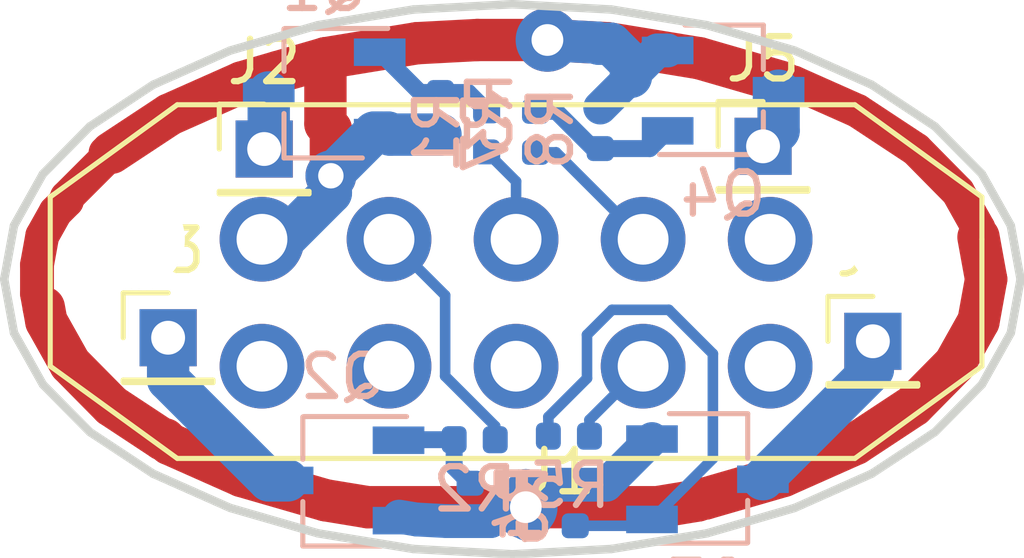
<source format=kicad_pcb>
(kicad_pcb (version 20171130) (host pcbnew 5.1.7-a382d34a88~90~ubuntu20.04.1)

  (general
    (thickness 1.6)
    (drawings 32)
    (tracks 122)
    (zones 0)
    (modules 17)
    (nets 19)
  )

  (page A4)
  (layers
    (0 F.Cu signal)
    (31 B.Cu signal)
    (32 B.Adhes user hide)
    (33 F.Adhes user hide)
    (34 B.Paste user hide)
    (35 F.Paste user hide)
    (36 B.SilkS user hide)
    (37 F.SilkS user hide)
    (38 B.Mask user hide)
    (39 F.Mask user hide)
    (40 Dwgs.User user hide)
    (41 Cmts.User user hide)
    (42 Eco1.User user hide)
    (43 Eco2.User user hide)
    (44 Edge.Cuts user)
    (45 Margin user hide)
    (46 B.CrtYd user hide)
    (47 F.CrtYd user hide)
    (48 B.Fab user hide)
    (49 F.Fab user hide)
  )

  (setup
    (last_trace_width 0.25)
    (user_trace_width 0.4)
    (user_trace_width 0.8)
    (user_trace_width 1)
    (user_trace_width 2)
    (trace_clearance 0.2)
    (zone_clearance 0.508)
    (zone_45_only no)
    (trace_min 0.2)
    (via_size 0.8)
    (via_drill 0.4)
    (via_min_size 0.4)
    (via_min_drill 0.3)
    (user_via 1 0.5)
    (user_via 1.2 0.6)
    (user_via 1.5 0.75)
    (uvia_size 0.3)
    (uvia_drill 0.1)
    (uvias_allowed no)
    (uvia_min_size 0.2)
    (uvia_min_drill 0.1)
    (edge_width 0.05)
    (segment_width 0.2)
    (pcb_text_width 0.3)
    (pcb_text_size 1.5 1.5)
    (mod_edge_width 0.12)
    (mod_text_size 1 1)
    (mod_text_width 0.15)
    (pad_size 1.524 1.524)
    (pad_drill 0.762)
    (pad_to_mask_clearance 0.05)
    (aux_axis_origin 0 0)
    (visible_elements FFFFFF7F)
    (pcbplotparams
      (layerselection 0x010fc_ffffffff)
      (usegerberextensions false)
      (usegerberattributes true)
      (usegerberadvancedattributes true)
      (creategerberjobfile true)
      (excludeedgelayer true)
      (linewidth 0.100000)
      (plotframeref false)
      (viasonmask false)
      (mode 1)
      (useauxorigin false)
      (hpglpennumber 1)
      (hpglpenspeed 20)
      (hpglpendiameter 15.000000)
      (psnegative false)
      (psa4output false)
      (plotreference true)
      (plotvalue true)
      (plotinvisibletext false)
      (padsonsilk false)
      (subtractmaskfromsilk false)
      (outputformat 1)
      (mirror false)
      (drillshape 1)
      (scaleselection 1)
      (outputdirectory ""))
  )

  (net 0 "")
  (net 1 GND)
  (net 2 "Net-(Q1-Pad1)")
  (net 3 "Net-(Q2-Pad1)")
  (net 4 "Net-(Q3-Pad1)")
  (net 5 "Net-(Q4-Pad1)")
  (net 6 /SDA)
  (net 7 /SCL)
  (net 8 +3V3)
  (net 9 "Net-(J1-Pad8)")
  (net 10 "Net-(J1-Pad7)")
  (net 11 "Net-(J1-Pad5)")
  (net 12 /+12V)
  (net 13 "Net-(J2-Pad1)")
  (net 14 "Net-(J3-Pad1)")
  (net 15 "Net-(J4-Pad1)")
  (net 16 "Net-(J5-Pad1)")
  (net 17 "Net-(J1-Pad2)")
  (net 18 "Net-(J1-Pad3)")

  (net_class Default "This is the default net class."
    (clearance 0.2)
    (trace_width 0.25)
    (via_dia 0.8)
    (via_drill 0.4)
    (uvia_dia 0.3)
    (uvia_drill 0.1)
    (add_net +3V3)
    (add_net /+12V)
    (add_net /SCL)
    (add_net /SDA)
    (add_net GND)
    (add_net "Net-(J1-Pad2)")
    (add_net "Net-(J1-Pad3)")
    (add_net "Net-(J1-Pad5)")
    (add_net "Net-(J1-Pad7)")
    (add_net "Net-(J1-Pad8)")
    (add_net "Net-(J2-Pad1)")
    (add_net "Net-(J3-Pad1)")
    (add_net "Net-(J4-Pad1)")
    (add_net "Net-(J5-Pad1)")
    (add_net "Net-(Q1-Pad1)")
    (add_net "Net-(Q2-Pad1)")
    (add_net "Net-(Q3-Pad1)")
    (add_net "Net-(Q4-Pad1)")
  )

  (module Connector_PinHeader_2.00mm:PinHeader_1x01_P2.00mm_Vertical (layer F.Cu) (tedit 59FED667) (tstamp 60675D6A)
    (at 157.05328 87.87384)
    (descr "Through hole straight pin header, 1x01, 2.00mm pitch, single row")
    (tags "Through hole pin header THT 1x01 2.00mm single row")
    (path /60678DD4)
    (fp_text reference J5 (at 0 -2.06) (layer F.SilkS)
      (effects (font (size 1 1) (thickness 0.15)))
    )
    (fp_text value Conn_01x01 (at 0 2.06) (layer F.Fab)
      (effects (font (size 1 1) (thickness 0.15)))
    )
    (fp_line (start 1.5 -1.5) (end -1.5 -1.5) (layer F.CrtYd) (width 0.05))
    (fp_line (start 1.5 1.5) (end 1.5 -1.5) (layer F.CrtYd) (width 0.05))
    (fp_line (start -1.5 1.5) (end 1.5 1.5) (layer F.CrtYd) (width 0.05))
    (fp_line (start -1.5 -1.5) (end -1.5 1.5) (layer F.CrtYd) (width 0.05))
    (fp_line (start -1.06 -1.06) (end 0 -1.06) (layer F.SilkS) (width 0.12))
    (fp_line (start -1.06 0) (end -1.06 -1.06) (layer F.SilkS) (width 0.12))
    (fp_line (start -1.06 1) (end 1.06 1) (layer F.SilkS) (width 0.12))
    (fp_line (start 1.06 1) (end 1.06 1.06) (layer F.SilkS) (width 0.12))
    (fp_line (start -1.06 1) (end -1.06 1.06) (layer F.SilkS) (width 0.12))
    (fp_line (start -1.06 1.06) (end 1.06 1.06) (layer F.SilkS) (width 0.12))
    (fp_line (start -1 -0.5) (end -0.5 -1) (layer F.Fab) (width 0.1))
    (fp_line (start -1 1) (end -1 -0.5) (layer F.Fab) (width 0.1))
    (fp_line (start 1 1) (end -1 1) (layer F.Fab) (width 0.1))
    (fp_line (start 1 -1) (end 1 1) (layer F.Fab) (width 0.1))
    (fp_line (start -0.5 -1) (end 1 -1) (layer F.Fab) (width 0.1))
    (fp_text user %R (at 0 0 90) (layer F.Fab)
      (effects (font (size 1 1) (thickness 0.15)))
    )
    (pad 1 thru_hole rect (at 0 0) (size 1.35 1.35) (drill 0.8) (layers *.Cu *.Mask)
      (net 16 "Net-(J5-Pad1)"))
    (model ${KISYS3DMOD}/Connector_PinHeader_2.00mm.3dshapes/PinHeader_1x01_P2.00mm_Vertical.wrl
      (at (xyz 0 0 0))
      (scale (xyz 1 1 1))
      (rotate (xyz 0 0 0))
    )
  )

  (module Connector_PinHeader_2.00mm:PinHeader_1x01_P2.00mm_Vertical (layer F.Cu) (tedit 59FED667) (tstamp 60675D55)
    (at 159.64662 92.4814)
    (descr "Through hole straight pin header, 1x01, 2.00mm pitch, single row")
    (tags "Through hole pin header THT 1x01 2.00mm single row")
    (path /60677ECD)
    (fp_text reference J4 (at 0 -2.06) (layer F.SilkS)
      (effects (font (size 1 1) (thickness 0.15)))
    )
    (fp_text value Conn_01x01 (at 0 2.06) (layer F.Fab)
      (effects (font (size 1 1) (thickness 0.15)))
    )
    (fp_line (start 1.5 -1.5) (end -1.5 -1.5) (layer F.CrtYd) (width 0.05))
    (fp_line (start 1.5 1.5) (end 1.5 -1.5) (layer F.CrtYd) (width 0.05))
    (fp_line (start -1.5 1.5) (end 1.5 1.5) (layer F.CrtYd) (width 0.05))
    (fp_line (start -1.5 -1.5) (end -1.5 1.5) (layer F.CrtYd) (width 0.05))
    (fp_line (start -1.06 -1.06) (end 0 -1.06) (layer F.SilkS) (width 0.12))
    (fp_line (start -1.06 0) (end -1.06 -1.06) (layer F.SilkS) (width 0.12))
    (fp_line (start -1.06 1) (end 1.06 1) (layer F.SilkS) (width 0.12))
    (fp_line (start 1.06 1) (end 1.06 1.06) (layer F.SilkS) (width 0.12))
    (fp_line (start -1.06 1) (end -1.06 1.06) (layer F.SilkS) (width 0.12))
    (fp_line (start -1.06 1.06) (end 1.06 1.06) (layer F.SilkS) (width 0.12))
    (fp_line (start -1 -0.5) (end -0.5 -1) (layer F.Fab) (width 0.1))
    (fp_line (start -1 1) (end -1 -0.5) (layer F.Fab) (width 0.1))
    (fp_line (start 1 1) (end -1 1) (layer F.Fab) (width 0.1))
    (fp_line (start 1 -1) (end 1 1) (layer F.Fab) (width 0.1))
    (fp_line (start -0.5 -1) (end 1 -1) (layer F.Fab) (width 0.1))
    (fp_text user %R (at 0 0 90) (layer F.Fab)
      (effects (font (size 1 1) (thickness 0.15)))
    )
    (pad 1 thru_hole rect (at 0 0) (size 1.35 1.35) (drill 0.8) (layers *.Cu *.Mask)
      (net 15 "Net-(J4-Pad1)"))
    (model ${KISYS3DMOD}/Connector_PinHeader_2.00mm.3dshapes/PinHeader_1x01_P2.00mm_Vertical.wrl
      (at (xyz 0 0 0))
      (scale (xyz 1 1 1))
      (rotate (xyz 0 0 0))
    )
  )

  (module Connector_PinHeader_2.00mm:PinHeader_1x01_P2.00mm_Vertical (layer F.Cu) (tedit 59FED667) (tstamp 60675D40)
    (at 143.00454 92.39758)
    (descr "Through hole straight pin header, 1x01, 2.00mm pitch, single row")
    (tags "Through hole pin header THT 1x01 2.00mm single row")
    (path /606791C9)
    (fp_text reference J3 (at 0 -2.06) (layer F.SilkS)
      (effects (font (size 1 1) (thickness 0.15)))
    )
    (fp_text value Conn_01x01 (at 0 2.06) (layer F.Fab)
      (effects (font (size 1 1) (thickness 0.15)))
    )
    (fp_line (start 1.5 -1.5) (end -1.5 -1.5) (layer F.CrtYd) (width 0.05))
    (fp_line (start 1.5 1.5) (end 1.5 -1.5) (layer F.CrtYd) (width 0.05))
    (fp_line (start -1.5 1.5) (end 1.5 1.5) (layer F.CrtYd) (width 0.05))
    (fp_line (start -1.5 -1.5) (end -1.5 1.5) (layer F.CrtYd) (width 0.05))
    (fp_line (start -1.06 -1.06) (end 0 -1.06) (layer F.SilkS) (width 0.12))
    (fp_line (start -1.06 0) (end -1.06 -1.06) (layer F.SilkS) (width 0.12))
    (fp_line (start -1.06 1) (end 1.06 1) (layer F.SilkS) (width 0.12))
    (fp_line (start 1.06 1) (end 1.06 1.06) (layer F.SilkS) (width 0.12))
    (fp_line (start -1.06 1) (end -1.06 1.06) (layer F.SilkS) (width 0.12))
    (fp_line (start -1.06 1.06) (end 1.06 1.06) (layer F.SilkS) (width 0.12))
    (fp_line (start -1 -0.5) (end -0.5 -1) (layer F.Fab) (width 0.1))
    (fp_line (start -1 1) (end -1 -0.5) (layer F.Fab) (width 0.1))
    (fp_line (start 1 1) (end -1 1) (layer F.Fab) (width 0.1))
    (fp_line (start 1 -1) (end 1 1) (layer F.Fab) (width 0.1))
    (fp_line (start -0.5 -1) (end 1 -1) (layer F.Fab) (width 0.1))
    (fp_text user %R (at 0 0 90) (layer F.Fab)
      (effects (font (size 1 1) (thickness 0.15)))
    )
    (pad 1 thru_hole rect (at 0 0) (size 1.35 1.35) (drill 0.8) (layers *.Cu *.Mask)
      (net 14 "Net-(J3-Pad1)"))
    (model ${KISYS3DMOD}/Connector_PinHeader_2.00mm.3dshapes/PinHeader_1x01_P2.00mm_Vertical.wrl
      (at (xyz 0 0 0))
      (scale (xyz 1 1 1))
      (rotate (xyz 0 0 0))
    )
  )

  (module Connector_PinHeader_2.00mm:PinHeader_1x01_P2.00mm_Vertical (layer F.Cu) (tedit 59FED667) (tstamp 60675D2B)
    (at 145.27276 87.93734)
    (descr "Through hole straight pin header, 1x01, 2.00mm pitch, single row")
    (tags "Through hole pin header THT 1x01 2.00mm single row")
    (path /6067975F)
    (fp_text reference J2 (at 0 -2.06) (layer F.SilkS)
      (effects (font (size 1 1) (thickness 0.15)))
    )
    (fp_text value Conn_01x01 (at 0 2.06) (layer F.Fab)
      (effects (font (size 1 1) (thickness 0.15)))
    )
    (fp_line (start 1.5 -1.5) (end -1.5 -1.5) (layer F.CrtYd) (width 0.05))
    (fp_line (start 1.5 1.5) (end 1.5 -1.5) (layer F.CrtYd) (width 0.05))
    (fp_line (start -1.5 1.5) (end 1.5 1.5) (layer F.CrtYd) (width 0.05))
    (fp_line (start -1.5 -1.5) (end -1.5 1.5) (layer F.CrtYd) (width 0.05))
    (fp_line (start -1.06 -1.06) (end 0 -1.06) (layer F.SilkS) (width 0.12))
    (fp_line (start -1.06 0) (end -1.06 -1.06) (layer F.SilkS) (width 0.12))
    (fp_line (start -1.06 1) (end 1.06 1) (layer F.SilkS) (width 0.12))
    (fp_line (start 1.06 1) (end 1.06 1.06) (layer F.SilkS) (width 0.12))
    (fp_line (start -1.06 1) (end -1.06 1.06) (layer F.SilkS) (width 0.12))
    (fp_line (start -1.06 1.06) (end 1.06 1.06) (layer F.SilkS) (width 0.12))
    (fp_line (start -1 -0.5) (end -0.5 -1) (layer F.Fab) (width 0.1))
    (fp_line (start -1 1) (end -1 -0.5) (layer F.Fab) (width 0.1))
    (fp_line (start 1 1) (end -1 1) (layer F.Fab) (width 0.1))
    (fp_line (start 1 -1) (end 1 1) (layer F.Fab) (width 0.1))
    (fp_line (start -0.5 -1) (end 1 -1) (layer F.Fab) (width 0.1))
    (fp_text user %R (at 0 0 90) (layer F.Fab)
      (effects (font (size 1 1) (thickness 0.15)))
    )
    (pad 1 thru_hole rect (at 0 0) (size 1.35 1.35) (drill 0.8) (layers *.Cu *.Mask)
      (net 13 "Net-(J2-Pad1)"))
    (model ${KISYS3DMOD}/Connector_PinHeader_2.00mm.3dshapes/PinHeader_1x01_P2.00mm_Vertical.wrl
      (at (xyz 0 0 0))
      (scale (xyz 1 1 1))
      (rotate (xyz 0 0 0))
    )
  )

  (module "Molex_Micro-Fit BMI Header:447691001" (layer F.Cu) (tedit 6123B6C1) (tstamp 6123F8BD)
    (at 152.22092 95.07068)
    (path /60669BB9)
    (fp_text reference J1 (at 0 0.5) (layer F.SilkS)
      (effects (font (size 1 1) (thickness 0.15)))
    )
    (fp_text value Conn_02x05_Counter_Clockwise (at 0 -0.5) (layer F.Fab)
      (effects (font (size 1 1) (thickness 0.15)))
    )
    (fp_line (start 10 -5) (end 10 -6) (layer F.SilkS) (width 0.12))
    (fp_line (start 10 -5) (end 10 -2) (layer F.SilkS) (width 0.12))
    (fp_line (start -9 -8.18) (end 7 -8.18) (layer F.SilkS) (width 0.12))
    (fp_line (start 7 -8.18) (end 10 -6) (layer F.SilkS) (width 0.12))
    (fp_line (start -12 -6) (end -12 -2) (layer F.SilkS) (width 0.12))
    (fp_line (start -12 -6) (end -9 -8.18) (layer F.SilkS) (width 0.12))
    (fp_line (start 7 0.18) (end -9 0.18) (layer F.SilkS) (width 0.12))
    (fp_line (start 10 -2) (end 7 0.18) (layer F.SilkS) (width 0.12))
    (fp_line (start -9 0.18) (end -12 -2) (layer F.SilkS) (width 0.12))
    (pad "" np_thru_hole circle (at -10 -5) (size 2.36 2.36) (drill 2.36) (layers *.Cu *.Mask))
    (pad "" np_thru_hole circle (at 8 -5) (size 2.36 2.36) (drill 2.36) (layers *.Cu *.Mask))
    (pad 1 thru_hole circle (at -7 -5) (size 2 2) (drill 1.2) (layers *.Cu *.Mask)
      (net 1 GND))
    (pad 3 thru_hole circle (at -4 -5) (size 2 2) (drill 1.2) (layers *.Cu *.Mask)
      (net 18 "Net-(J1-Pad3)"))
    (pad 5 thru_hole circle (at -1 -5) (size 2 2) (drill 1.2) (layers *.Cu *.Mask)
      (net 11 "Net-(J1-Pad5)"))
    (pad 7 thru_hole circle (at 2 -5) (size 2 2) (drill 1.2) (layers *.Cu *.Mask)
      (net 10 "Net-(J1-Pad7)"))
    (pad 9 thru_hole circle (at 5 -5) (size 2 2) (drill 1.2) (layers *.Cu *.Mask)
      (net 8 +3V3))
    (pad 2 thru_hole circle (at -7 -2) (size 2 2) (drill 1.2) (layers *.Cu *.Mask)
      (net 17 "Net-(J1-Pad2)"))
    (pad 4 thru_hole circle (at -4 -2) (size 2 2) (drill 1.2) (layers *.Cu *.Mask)
      (net 6 /SDA))
    (pad 6 thru_hole circle (at -1 -2) (size 2 2) (drill 1.2) (layers *.Cu *.Mask)
      (net 7 /SCL))
    (pad 8 thru_hole circle (at 2 -2) (size 2 2) (drill 1.2) (layers *.Cu *.Mask)
      (net 9 "Net-(J1-Pad8)"))
    (pad 10 thru_hole circle (at 5 -2) (size 2 2) (drill 1.2) (layers *.Cu *.Mask)
      (net 12 /+12V))
  )

  (module Resistor_SMD:R_0402_1005Metric (layer B.Cu) (tedit 5B301BBD) (tstamp 5FADF5E0)
    (at 150.52548 87.52092 270)
    (descr "Resistor SMD 0402 (1005 Metric), square (rectangular) end terminal, IPC_7351 nominal, (Body size source: http://www.tortai-tech.com/upload/download/2011102023233369053.pdf), generated with kicad-footprint-generator")
    (tags resistor)
    (path /5FB030E1)
    (attr smd)
    (fp_text reference R1 (at 0 1.17 270) (layer B.SilkS)
      (effects (font (size 1 1) (thickness 0.15)) (justify mirror))
    )
    (fp_text value 1k (at 0 -1.17 270) (layer B.Fab)
      (effects (font (size 1 1) (thickness 0.15)) (justify mirror))
    )
    (fp_text user %R (at 0 0 270) (layer B.Fab)
      (effects (font (size 0.25 0.25) (thickness 0.04)) (justify mirror))
    )
    (fp_line (start -0.5 -0.25) (end -0.5 0.25) (layer B.Fab) (width 0.1))
    (fp_line (start -0.5 0.25) (end 0.5 0.25) (layer B.Fab) (width 0.1))
    (fp_line (start 0.5 0.25) (end 0.5 -0.25) (layer B.Fab) (width 0.1))
    (fp_line (start 0.5 -0.25) (end -0.5 -0.25) (layer B.Fab) (width 0.1))
    (fp_line (start -0.93 -0.47) (end -0.93 0.47) (layer B.CrtYd) (width 0.05))
    (fp_line (start -0.93 0.47) (end 0.93 0.47) (layer B.CrtYd) (width 0.05))
    (fp_line (start 0.93 0.47) (end 0.93 -0.47) (layer B.CrtYd) (width 0.05))
    (fp_line (start 0.93 -0.47) (end -0.93 -0.47) (layer B.CrtYd) (width 0.05))
    (pad 1 smd roundrect (at -0.485 0 270) (size 0.59 0.64) (layers B.Cu B.Paste B.Mask) (roundrect_rratio 0.25)
      (net 2 "Net-(Q1-Pad1)"))
    (pad 2 smd roundrect (at 0.485 0 270) (size 0.59 0.64) (layers B.Cu B.Paste B.Mask) (roundrect_rratio 0.25)
      (net 11 "Net-(J1-Pad5)"))
    (model ${KISYS3DMOD}/Resistor_SMD.3dshapes/R_0402_1005Metric.wrl
      (at (xyz 0 0 0))
      (scale (xyz 1 1 1))
      (rotate (xyz 0 0 0))
    )
  )

  (module Resistor_SMD:R_0402_1005Metric (layer B.Cu) (tedit 5B301BBD) (tstamp 5FADF61C)
    (at 152.46844 94.72422)
    (descr "Resistor SMD 0402 (1005 Metric), square (rectangular) end terminal, IPC_7351 nominal, (Body size source: http://www.tortai-tech.com/upload/download/2011102023233369053.pdf), generated with kicad-footprint-generator")
    (tags resistor)
    (path /5FAE0608)
    (attr smd)
    (fp_text reference R5 (at 0 1.17) (layer B.SilkS)
      (effects (font (size 1 1) (thickness 0.15)) (justify mirror))
    )
    (fp_text value 1k (at 0 -1.17) (layer B.Fab)
      (effects (font (size 1 1) (thickness 0.15)) (justify mirror))
    )
    (fp_line (start 0.93 -0.47) (end -0.93 -0.47) (layer B.CrtYd) (width 0.05))
    (fp_line (start 0.93 0.47) (end 0.93 -0.47) (layer B.CrtYd) (width 0.05))
    (fp_line (start -0.93 0.47) (end 0.93 0.47) (layer B.CrtYd) (width 0.05))
    (fp_line (start -0.93 -0.47) (end -0.93 0.47) (layer B.CrtYd) (width 0.05))
    (fp_line (start 0.5 -0.25) (end -0.5 -0.25) (layer B.Fab) (width 0.1))
    (fp_line (start 0.5 0.25) (end 0.5 -0.25) (layer B.Fab) (width 0.1))
    (fp_line (start -0.5 0.25) (end 0.5 0.25) (layer B.Fab) (width 0.1))
    (fp_line (start -0.5 -0.25) (end -0.5 0.25) (layer B.Fab) (width 0.1))
    (fp_text user %R (at 0 0) (layer B.Fab)
      (effects (font (size 0.25 0.25) (thickness 0.04)) (justify mirror))
    )
    (pad 2 smd roundrect (at 0.485 0) (size 0.59 0.64) (layers B.Cu B.Paste B.Mask) (roundrect_rratio 0.25)
      (net 9 "Net-(J1-Pad8)"))
    (pad 1 smd roundrect (at -0.485 0) (size 0.59 0.64) (layers B.Cu B.Paste B.Mask) (roundrect_rratio 0.25)
      (net 4 "Net-(Q3-Pad1)"))
    (model ${KISYS3DMOD}/Resistor_SMD.3dshapes/R_0402_1005Metric.wrl
      (at (xyz 0 0 0))
      (scale (xyz 1 1 1))
      (rotate (xyz 0 0 0))
    )
  )

  (module Resistor_SMD:R_0402_1005Metric (layer B.Cu) (tedit 5B301BBD) (tstamp 5FADF5FE)
    (at 149.43582 87.08658 90)
    (descr "Resistor SMD 0402 (1005 Metric), square (rectangular) end terminal, IPC_7351 nominal, (Body size source: http://www.tortai-tech.com/upload/download/2011102023233369053.pdf), generated with kicad-footprint-generator")
    (tags resistor)
    (path /5FB030ED)
    (attr smd)
    (fp_text reference R3 (at 0 1.17 270) (layer B.SilkS)
      (effects (font (size 1 1) (thickness 0.15)) (justify mirror))
    )
    (fp_text value 10k (at 0 -1.17 270) (layer B.Fab)
      (effects (font (size 1 1) (thickness 0.15)) (justify mirror))
    )
    (fp_text user %R (at 0 0 270) (layer B.Fab)
      (effects (font (size 0.25 0.25) (thickness 0.04)) (justify mirror))
    )
    (fp_line (start -0.5 -0.25) (end -0.5 0.25) (layer B.Fab) (width 0.1))
    (fp_line (start -0.5 0.25) (end 0.5 0.25) (layer B.Fab) (width 0.1))
    (fp_line (start 0.5 0.25) (end 0.5 -0.25) (layer B.Fab) (width 0.1))
    (fp_line (start 0.5 -0.25) (end -0.5 -0.25) (layer B.Fab) (width 0.1))
    (fp_line (start -0.93 -0.47) (end -0.93 0.47) (layer B.CrtYd) (width 0.05))
    (fp_line (start -0.93 0.47) (end 0.93 0.47) (layer B.CrtYd) (width 0.05))
    (fp_line (start 0.93 0.47) (end 0.93 -0.47) (layer B.CrtYd) (width 0.05))
    (fp_line (start 0.93 -0.47) (end -0.93 -0.47) (layer B.CrtYd) (width 0.05))
    (pad 1 smd roundrect (at -0.485 0 90) (size 0.59 0.64) (layers B.Cu B.Paste B.Mask) (roundrect_rratio 0.25)
      (net 1 GND))
    (pad 2 smd roundrect (at 0.485 0 90) (size 0.59 0.64) (layers B.Cu B.Paste B.Mask) (roundrect_rratio 0.25)
      (net 2 "Net-(Q1-Pad1)"))
    (model ${KISYS3DMOD}/Resistor_SMD.3dshapes/R_0402_1005Metric.wrl
      (at (xyz 0 0 0))
      (scale (xyz 1 1 1))
      (rotate (xyz 0 0 0))
    )
  )

  (module Package_TO_SOT_SMD:TSOT-23 (layer B.Cu) (tedit 5A02FF57) (tstamp 5FADF592)
    (at 146.69072 86.5988 180)
    (descr "3-pin TSOT23 package, http://www.analog.com.tw/pdf/All_In_One.pdf")
    (tags TSOT-23)
    (path /5FB030E7)
    (attr smd)
    (fp_text reference Q1 (at 0 2.45) (layer B.SilkS)
      (effects (font (size 1 1) (thickness 0.15)) (justify mirror))
    )
    (fp_text value Q_NMOS_GSD (at 0 -2.5) (layer B.Fab)
      (effects (font (size 1 1) (thickness 0.15)) (justify mirror))
    )
    (fp_text user %R (at 0 0 270) (layer B.Fab)
      (effects (font (size 0.5 0.5) (thickness 0.075)) (justify mirror))
    )
    (fp_line (start 0.95 -0.5) (end 0.95 -1.55) (layer B.SilkS) (width 0.12))
    (fp_line (start 0.95 -1.55) (end -0.9 -1.55) (layer B.SilkS) (width 0.12))
    (fp_line (start 0.95 1.5) (end 0.95 0.5) (layer B.SilkS) (width 0.12))
    (fp_line (start 0.93 1.51) (end -1.5 1.51) (layer B.SilkS) (width 0.12))
    (fp_line (start -0.88 1) (end -0.43 1.45) (layer B.Fab) (width 0.1))
    (fp_line (start 0.88 1.45) (end -0.43 1.45) (layer B.Fab) (width 0.1))
    (fp_line (start -0.88 1) (end -0.88 -1.45) (layer B.Fab) (width 0.1))
    (fp_line (start 0.88 -1.45) (end -0.88 -1.45) (layer B.Fab) (width 0.1))
    (fp_line (start 0.88 1.45) (end 0.88 -1.45) (layer B.Fab) (width 0.1))
    (fp_line (start -2.17 1.7) (end 2.17 1.7) (layer B.CrtYd) (width 0.05))
    (fp_line (start -2.17 1.7) (end -2.17 -1.7) (layer B.CrtYd) (width 0.05))
    (fp_line (start 2.17 -1.7) (end 2.17 1.7) (layer B.CrtYd) (width 0.05))
    (fp_line (start 2.17 -1.7) (end -2.17 -1.7) (layer B.CrtYd) (width 0.05))
    (pad 1 smd rect (at -1.31 0.95 180) (size 1.22 0.65) (layers B.Cu B.Paste B.Mask)
      (net 2 "Net-(Q1-Pad1)"))
    (pad 2 smd rect (at -1.31 -0.95 180) (size 1.22 0.65) (layers B.Cu B.Paste B.Mask)
      (net 1 GND))
    (pad 3 smd rect (at 1.31 0 180) (size 1.22 0.65) (layers B.Cu B.Paste B.Mask)
      (net 13 "Net-(J2-Pad1)"))
    (model ${KISYS3DMOD}/Package_TO_SOT_SMD.3dshapes/TSOT-23.wrl
      (at (xyz 0 0 0))
      (scale (xyz 1 1 1))
      (rotate (xyz 0 0 0))
    )
  )

  (module Package_TO_SOT_SMD:TSOT-23 (layer B.Cu) (tedit 5A02FF57) (tstamp 5FADF5D1)
    (at 156.1103 86.55808)
    (descr "3-pin TSOT23 package, http://www.analog.com.tw/pdf/All_In_One.pdf")
    (tags TSOT-23)
    (path /5FB020B1)
    (attr smd)
    (fp_text reference Q4 (at 0 2.45) (layer B.SilkS)
      (effects (font (size 1 1) (thickness 0.15)) (justify mirror))
    )
    (fp_text value Q_NMOS_GSD (at 0 -2.5) (layer B.Fab)
      (effects (font (size 1 1) (thickness 0.15)) (justify mirror))
    )
    (fp_text user %R (at -0.3914 0.3706 -90) (layer B.Fab)
      (effects (font (size 0.5 0.5) (thickness 0.075)) (justify mirror))
    )
    (fp_line (start 0.95 -0.5) (end 0.95 -1.55) (layer B.SilkS) (width 0.12))
    (fp_line (start 0.95 -1.55) (end -0.9 -1.55) (layer B.SilkS) (width 0.12))
    (fp_line (start 0.95 1.5) (end 0.95 0.5) (layer B.SilkS) (width 0.12))
    (fp_line (start 0.93 1.51) (end -1.5 1.51) (layer B.SilkS) (width 0.12))
    (fp_line (start -0.88 1) (end -0.43 1.45) (layer B.Fab) (width 0.1))
    (fp_line (start 0.88 1.45) (end -0.43 1.45) (layer B.Fab) (width 0.1))
    (fp_line (start -0.88 1) (end -0.88 -1.45) (layer B.Fab) (width 0.1))
    (fp_line (start 0.88 -1.45) (end -0.88 -1.45) (layer B.Fab) (width 0.1))
    (fp_line (start 0.88 1.45) (end 0.88 -1.45) (layer B.Fab) (width 0.1))
    (fp_line (start -2.17 1.7) (end 2.17 1.7) (layer B.CrtYd) (width 0.05))
    (fp_line (start -2.17 1.7) (end -2.17 -1.7) (layer B.CrtYd) (width 0.05))
    (fp_line (start 2.17 -1.7) (end 2.17 1.7) (layer B.CrtYd) (width 0.05))
    (fp_line (start 2.17 -1.7) (end -2.17 -1.7) (layer B.CrtYd) (width 0.05))
    (pad 1 smd rect (at -1.31 0.95) (size 1.22 0.65) (layers B.Cu B.Paste B.Mask)
      (net 5 "Net-(Q4-Pad1)"))
    (pad 2 smd rect (at -1.31 -0.95) (size 1.22 0.65) (layers B.Cu B.Paste B.Mask)
      (net 1 GND))
    (pad 3 smd rect (at 1.31 0) (size 1.22 0.65) (layers B.Cu B.Paste B.Mask)
      (net 16 "Net-(J5-Pad1)"))
    (model ${KISYS3DMOD}/Package_TO_SOT_SMD.3dshapes/TSOT-23.wrl
      (at (xyz 0 0 0))
      (scale (xyz 1 1 1))
      (rotate (xyz 0 0 0))
    )
  )

  (module Resistor_SMD:R_0402_1005Metric (layer B.Cu) (tedit 5B301BBD) (tstamp 5FADF60D)
    (at 150.13686 96.32174 90)
    (descr "Resistor SMD 0402 (1005 Metric), square (rectangular) end terminal, IPC_7351 nominal, (Body size source: http://www.tortai-tech.com/upload/download/2011102023233369053.pdf), generated with kicad-footprint-generator")
    (tags resistor)
    (path /5FB040C9)
    (attr smd)
    (fp_text reference R4 (at 0 1.17 90) (layer B.SilkS)
      (effects (font (size 1 1) (thickness 0.15)) (justify mirror))
    )
    (fp_text value 10k (at 0 -1.17 90) (layer B.Fab)
      (effects (font (size 1 1) (thickness 0.15)) (justify mirror))
    )
    (fp_line (start 0.93 -0.47) (end -0.93 -0.47) (layer B.CrtYd) (width 0.05))
    (fp_line (start 0.93 0.47) (end 0.93 -0.47) (layer B.CrtYd) (width 0.05))
    (fp_line (start -0.93 0.47) (end 0.93 0.47) (layer B.CrtYd) (width 0.05))
    (fp_line (start -0.93 -0.47) (end -0.93 0.47) (layer B.CrtYd) (width 0.05))
    (fp_line (start 0.5 -0.25) (end -0.5 -0.25) (layer B.Fab) (width 0.1))
    (fp_line (start 0.5 0.25) (end 0.5 -0.25) (layer B.Fab) (width 0.1))
    (fp_line (start -0.5 0.25) (end 0.5 0.25) (layer B.Fab) (width 0.1))
    (fp_line (start -0.5 -0.25) (end -0.5 0.25) (layer B.Fab) (width 0.1))
    (fp_text user %R (at 0 0 90) (layer B.Fab)
      (effects (font (size 0.25 0.25) (thickness 0.04)) (justify mirror))
    )
    (pad 2 smd roundrect (at 0.485 0 90) (size 0.59 0.64) (layers B.Cu B.Paste B.Mask) (roundrect_rratio 0.25)
      (net 3 "Net-(Q2-Pad1)"))
    (pad 1 smd roundrect (at -0.485 0 90) (size 0.59 0.64) (layers B.Cu B.Paste B.Mask) (roundrect_rratio 0.25)
      (net 1 GND))
    (model ${KISYS3DMOD}/Resistor_SMD.3dshapes/R_0402_1005Metric.wrl
      (at (xyz 0 0 0))
      (scale (xyz 1 1 1))
      (rotate (xyz 0 0 0))
    )
  )

  (module Package_TO_SOT_SMD:TSOT-23 (layer B.Cu) (tedit 5A02FF57) (tstamp 6120C634)
    (at 147.13522 95.77074 180)
    (descr "3-pin TSOT23 package, http://www.analog.com.tw/pdf/All_In_One.pdf")
    (tags TSOT-23)
    (path /5FB040C3)
    (attr smd)
    (fp_text reference Q2 (at 0 2.45 180) (layer B.SilkS)
      (effects (font (size 1 1) (thickness 0.15)) (justify mirror))
    )
    (fp_text value Q_NMOS_GSD (at 0 -2.5) (layer B.Fab)
      (effects (font (size 1 1) (thickness 0.15)) (justify mirror))
    )
    (fp_text user %R (at 0 0 90) (layer B.Fab)
      (effects (font (size 0.5 0.5) (thickness 0.075)) (justify mirror))
    )
    (fp_line (start 0.95 -0.5) (end 0.95 -1.55) (layer B.SilkS) (width 0.12))
    (fp_line (start 0.95 -1.55) (end -0.9 -1.55) (layer B.SilkS) (width 0.12))
    (fp_line (start 0.95 1.5) (end 0.95 0.5) (layer B.SilkS) (width 0.12))
    (fp_line (start 0.93 1.51) (end -1.5 1.51) (layer B.SilkS) (width 0.12))
    (fp_line (start -0.88 1) (end -0.43 1.45) (layer B.Fab) (width 0.1))
    (fp_line (start 0.88 1.45) (end -0.43 1.45) (layer B.Fab) (width 0.1))
    (fp_line (start -0.88 1) (end -0.88 -1.45) (layer B.Fab) (width 0.1))
    (fp_line (start 0.88 -1.45) (end -0.88 -1.45) (layer B.Fab) (width 0.1))
    (fp_line (start 0.88 1.45) (end 0.88 -1.45) (layer B.Fab) (width 0.1))
    (fp_line (start -2.17 1.7) (end 2.17 1.7) (layer B.CrtYd) (width 0.05))
    (fp_line (start -2.17 1.7) (end -2.17 -1.7) (layer B.CrtYd) (width 0.05))
    (fp_line (start 2.17 -1.7) (end 2.17 1.7) (layer B.CrtYd) (width 0.05))
    (fp_line (start 2.17 -1.7) (end -2.17 -1.7) (layer B.CrtYd) (width 0.05))
    (pad 1 smd rect (at -1.31 0.95 180) (size 1.22 0.65) (layers B.Cu B.Paste B.Mask)
      (net 3 "Net-(Q2-Pad1)"))
    (pad 2 smd rect (at -1.31 -0.95 180) (size 1.22 0.65) (layers B.Cu B.Paste B.Mask)
      (net 1 GND))
    (pad 3 smd rect (at 1.31 0 180) (size 1.22 0.65) (layers B.Cu B.Paste B.Mask)
      (net 14 "Net-(J3-Pad1)"))
    (model ${KISYS3DMOD}/Package_TO_SOT_SMD.3dshapes/TSOT-23.wrl
      (at (xyz 0 0 0))
      (scale (xyz 1 1 1))
      (rotate (xyz 0 0 0))
    )
  )

  (module Resistor_SMD:R_0402_1005Metric (layer B.Cu) (tedit 5B301BBD) (tstamp 5FADF62B)
    (at 152.61844 96.3573 270)
    (descr "Resistor SMD 0402 (1005 Metric), square (rectangular) end terminal, IPC_7351 nominal, (Body size source: http://www.tortai-tech.com/upload/download/2011102023233369053.pdf), generated with kicad-footprint-generator")
    (tags resistor)
    (path /5FAE8C58)
    (attr smd)
    (fp_text reference R6 (at 0 1.17 270) (layer B.SilkS)
      (effects (font (size 1 1) (thickness 0.15)) (justify mirror))
    )
    (fp_text value 10k (at 0 -1.17 270) (layer B.Fab)
      (effects (font (size 1 1) (thickness 0.15)) (justify mirror))
    )
    (fp_line (start 0.93 -0.47) (end -0.93 -0.47) (layer B.CrtYd) (width 0.05))
    (fp_line (start 0.93 0.47) (end 0.93 -0.47) (layer B.CrtYd) (width 0.05))
    (fp_line (start -0.93 0.47) (end 0.93 0.47) (layer B.CrtYd) (width 0.05))
    (fp_line (start -0.93 -0.47) (end -0.93 0.47) (layer B.CrtYd) (width 0.05))
    (fp_line (start 0.5 -0.25) (end -0.5 -0.25) (layer B.Fab) (width 0.1))
    (fp_line (start 0.5 0.25) (end 0.5 -0.25) (layer B.Fab) (width 0.1))
    (fp_line (start -0.5 0.25) (end 0.5 0.25) (layer B.Fab) (width 0.1))
    (fp_line (start -0.5 -0.25) (end -0.5 0.25) (layer B.Fab) (width 0.1))
    (fp_text user %R (at 0 0 270) (layer B.Fab)
      (effects (font (size 0.25 0.25) (thickness 0.04)) (justify mirror))
    )
    (pad 2 smd roundrect (at 0.485 0 270) (size 0.59 0.64) (layers B.Cu B.Paste B.Mask) (roundrect_rratio 0.25)
      (net 4 "Net-(Q3-Pad1)"))
    (pad 1 smd roundrect (at -0.485 0 270) (size 0.59 0.64) (layers B.Cu B.Paste B.Mask) (roundrect_rratio 0.25)
      (net 1 GND))
    (model ${KISYS3DMOD}/Resistor_SMD.3dshapes/R_0402_1005Metric.wrl
      (at (xyz 0 0 0))
      (scale (xyz 1 1 1))
      (rotate (xyz 0 0 0))
    )
  )

  (module Resistor_SMD:R_0402_1005Metric (layer B.Cu) (tedit 5B301BBD) (tstamp 5FADF5EF)
    (at 150.24368 94.80804)
    (descr "Resistor SMD 0402 (1005 Metric), square (rectangular) end terminal, IPC_7351 nominal, (Body size source: http://www.tortai-tech.com/upload/download/2011102023233369053.pdf), generated with kicad-footprint-generator")
    (tags resistor)
    (path /5FB040BD)
    (attr smd)
    (fp_text reference R2 (at 0 1.17) (layer B.SilkS)
      (effects (font (size 1 1) (thickness 0.15)) (justify mirror))
    )
    (fp_text value 1k (at 0 -1.17) (layer B.Fab)
      (effects (font (size 1 1) (thickness 0.15)) (justify mirror))
    )
    (fp_text user %R (at 0 0) (layer B.Fab)
      (effects (font (size 0.25 0.25) (thickness 0.04)) (justify mirror))
    )
    (fp_line (start -0.5 -0.25) (end -0.5 0.25) (layer B.Fab) (width 0.1))
    (fp_line (start -0.5 0.25) (end 0.5 0.25) (layer B.Fab) (width 0.1))
    (fp_line (start 0.5 0.25) (end 0.5 -0.25) (layer B.Fab) (width 0.1))
    (fp_line (start 0.5 -0.25) (end -0.5 -0.25) (layer B.Fab) (width 0.1))
    (fp_line (start -0.93 -0.47) (end -0.93 0.47) (layer B.CrtYd) (width 0.05))
    (fp_line (start -0.93 0.47) (end 0.93 0.47) (layer B.CrtYd) (width 0.05))
    (fp_line (start 0.93 0.47) (end 0.93 -0.47) (layer B.CrtYd) (width 0.05))
    (fp_line (start 0.93 -0.47) (end -0.93 -0.47) (layer B.CrtYd) (width 0.05))
    (pad 1 smd roundrect (at -0.485 0) (size 0.59 0.64) (layers B.Cu B.Paste B.Mask) (roundrect_rratio 0.25)
      (net 3 "Net-(Q2-Pad1)"))
    (pad 2 smd roundrect (at 0.485 0) (size 0.59 0.64) (layers B.Cu B.Paste B.Mask) (roundrect_rratio 0.25)
      (net 18 "Net-(J1-Pad3)"))
    (model ${KISYS3DMOD}/Resistor_SMD.3dshapes/R_0402_1005Metric.wrl
      (at (xyz 0 0 0))
      (scale (xyz 1 1 1))
      (rotate (xyz 0 0 0))
    )
  )

  (module Package_TO_SOT_SMD:TSOT-23 (layer B.Cu) (tedit 5A02FF57) (tstamp 5FADF5BC)
    (at 155.74074 95.74276)
    (descr "3-pin TSOT23 package, http://www.analog.com.tw/pdf/All_In_One.pdf")
    (tags TSOT-23)
    (path /5FAE2394)
    (attr smd)
    (fp_text reference Q3 (at 0 2.45) (layer B.SilkS)
      (effects (font (size 1 1) (thickness 0.15)) (justify mirror))
    )
    (fp_text value Q_NMOS_GSD (at 0 -2.5) (layer B.Fab)
      (effects (font (size 1 1) (thickness 0.15)) (justify mirror))
    )
    (fp_text user %R (at 0.2286 0.0762 270) (layer B.Fab)
      (effects (font (size 0.5 0.5) (thickness 0.075)) (justify mirror))
    )
    (fp_line (start 0.95 -0.5) (end 0.95 -1.55) (layer B.SilkS) (width 0.12))
    (fp_line (start 0.95 -1.55) (end -0.9 -1.55) (layer B.SilkS) (width 0.12))
    (fp_line (start 0.95 1.5) (end 0.95 0.5) (layer B.SilkS) (width 0.12))
    (fp_line (start 0.93 1.51) (end -1.5 1.51) (layer B.SilkS) (width 0.12))
    (fp_line (start -0.88 1) (end -0.43 1.45) (layer B.Fab) (width 0.1))
    (fp_line (start 0.88 1.45) (end -0.43 1.45) (layer B.Fab) (width 0.1))
    (fp_line (start -0.88 1) (end -0.88 -1.45) (layer B.Fab) (width 0.1))
    (fp_line (start 0.88 -1.45) (end -0.88 -1.45) (layer B.Fab) (width 0.1))
    (fp_line (start 0.88 1.45) (end 0.88 -1.45) (layer B.Fab) (width 0.1))
    (fp_line (start -2.17 1.7) (end 2.17 1.7) (layer B.CrtYd) (width 0.05))
    (fp_line (start -2.17 1.7) (end -2.17 -1.7) (layer B.CrtYd) (width 0.05))
    (fp_line (start 2.17 -1.7) (end 2.17 1.7) (layer B.CrtYd) (width 0.05))
    (fp_line (start 2.17 -1.7) (end -2.17 -1.7) (layer B.CrtYd) (width 0.05))
    (pad 1 smd rect (at -1.31 0.95) (size 1.22 0.65) (layers B.Cu B.Paste B.Mask)
      (net 4 "Net-(Q3-Pad1)"))
    (pad 2 smd rect (at -1.31 -0.95) (size 1.22 0.65) (layers B.Cu B.Paste B.Mask)
      (net 1 GND))
    (pad 3 smd rect (at 1.31 0) (size 1.22 0.65) (layers B.Cu B.Paste B.Mask)
      (net 15 "Net-(J4-Pad1)"))
    (model ${KISYS3DMOD}/Package_TO_SOT_SMD.3dshapes/TSOT-23.wrl
      (at (xyz 0 0 0))
      (scale (xyz 1 1 1))
      (rotate (xyz 0 0 0))
    )
  )

  (module Resistor_SMD:R_0402_1005Metric (layer B.Cu) (tedit 5B301BBD) (tstamp 5FADF649)
    (at 153.20772 87.44218 270)
    (descr "Resistor SMD 0402 (1005 Metric), square (rectangular) end terminal, IPC_7351 nominal, (Body size source: http://www.tortai-tech.com/upload/download/2011102023233369053.pdf), generated with kicad-footprint-generator")
    (tags resistor)
    (path /5FB020B7)
    (attr smd)
    (fp_text reference R8 (at 0 1.17 90) (layer B.SilkS)
      (effects (font (size 1 1) (thickness 0.15)) (justify mirror))
    )
    (fp_text value 10k (at 0 -1.17 90) (layer B.Fab)
      (effects (font (size 1 1) (thickness 0.15)) (justify mirror))
    )
    (fp_text user %R (at 0 0 90) (layer B.Fab)
      (effects (font (size 0.25 0.25) (thickness 0.04)) (justify mirror))
    )
    (fp_line (start -0.5 -0.25) (end -0.5 0.25) (layer B.Fab) (width 0.1))
    (fp_line (start -0.5 0.25) (end 0.5 0.25) (layer B.Fab) (width 0.1))
    (fp_line (start 0.5 0.25) (end 0.5 -0.25) (layer B.Fab) (width 0.1))
    (fp_line (start 0.5 -0.25) (end -0.5 -0.25) (layer B.Fab) (width 0.1))
    (fp_line (start -0.93 -0.47) (end -0.93 0.47) (layer B.CrtYd) (width 0.05))
    (fp_line (start -0.93 0.47) (end 0.93 0.47) (layer B.CrtYd) (width 0.05))
    (fp_line (start 0.93 0.47) (end 0.93 -0.47) (layer B.CrtYd) (width 0.05))
    (fp_line (start 0.93 -0.47) (end -0.93 -0.47) (layer B.CrtYd) (width 0.05))
    (pad 1 smd roundrect (at -0.485 0 270) (size 0.59 0.64) (layers B.Cu B.Paste B.Mask) (roundrect_rratio 0.25)
      (net 1 GND))
    (pad 2 smd roundrect (at 0.485 0 270) (size 0.59 0.64) (layers B.Cu B.Paste B.Mask) (roundrect_rratio 0.25)
      (net 5 "Net-(Q4-Pad1)"))
    (model ${KISYS3DMOD}/Resistor_SMD.3dshapes/R_0402_1005Metric.wrl
      (at (xyz 0 0 0))
      (scale (xyz 1 1 1))
      (rotate (xyz 0 0 0))
    )
  )

  (module Resistor_SMD:R_0402_1005Metric (layer B.Cu) (tedit 5B301BBD) (tstamp 5FADF63A)
    (at 151.68118 87.53108 270)
    (descr "Resistor SMD 0402 (1005 Metric), square (rectangular) end terminal, IPC_7351 nominal, (Body size source: http://www.tortai-tech.com/upload/download/2011102023233369053.pdf), generated with kicad-footprint-generator")
    (tags resistor)
    (path /5FB020AB)
    (attr smd)
    (fp_text reference R7 (at 0 1.17 270) (layer B.SilkS)
      (effects (font (size 1 1) (thickness 0.15)) (justify mirror))
    )
    (fp_text value 1k (at 0 -1.17 270) (layer B.Fab)
      (effects (font (size 1 1) (thickness 0.15)) (justify mirror))
    )
    (fp_text user %R (at 0 0 270) (layer B.Fab)
      (effects (font (size 0.25 0.25) (thickness 0.04)) (justify mirror))
    )
    (fp_line (start -0.5 -0.25) (end -0.5 0.25) (layer B.Fab) (width 0.1))
    (fp_line (start -0.5 0.25) (end 0.5 0.25) (layer B.Fab) (width 0.1))
    (fp_line (start 0.5 0.25) (end 0.5 -0.25) (layer B.Fab) (width 0.1))
    (fp_line (start 0.5 -0.25) (end -0.5 -0.25) (layer B.Fab) (width 0.1))
    (fp_line (start -0.93 -0.47) (end -0.93 0.47) (layer B.CrtYd) (width 0.05))
    (fp_line (start -0.93 0.47) (end 0.93 0.47) (layer B.CrtYd) (width 0.05))
    (fp_line (start 0.93 0.47) (end 0.93 -0.47) (layer B.CrtYd) (width 0.05))
    (fp_line (start 0.93 -0.47) (end -0.93 -0.47) (layer B.CrtYd) (width 0.05))
    (pad 1 smd roundrect (at -0.485 0 270) (size 0.59 0.64) (layers B.Cu B.Paste B.Mask) (roundrect_rratio 0.25)
      (net 5 "Net-(Q4-Pad1)"))
    (pad 2 smd roundrect (at 0.485 0 270) (size 0.59 0.64) (layers B.Cu B.Paste B.Mask) (roundrect_rratio 0.25)
      (net 10 "Net-(J1-Pad7)"))
    (model ${KISYS3DMOD}/Resistor_SMD.3dshapes/R_0402_1005Metric.wrl
      (at (xyz 0 0 0))
      (scale (xyz 1 1 1))
      (rotate (xyz 0 0 0))
    )
  )

  (gr_line (start 146.542254 97.020636) (end 148.793372 97.390524) (layer Edge.Cuts) (width 0.2))
  (gr_line (start 139.365032 92.283507) (end 140.047901 93.502862) (layer Edge.Cuts) (width 0.2))
  (gr_line (start 148.793372 84.640316) (end 146.542254 85.010204) (layer Edge.Cuts) (width 0.2))
  (gr_line (start 151.134455 84.51542) (end 148.793372 84.640316) (layer Edge.Cuts) (width 0.2))
  (gr_line (start 162.221009 93.502862) (end 162.903878 92.283507) (layer Edge.Cuts) (width 0.2))
  (gr_line (start 161.11209 87.404214) (end 159.619736 86.419226) (layer Edge.Cuts) (width 0.2))
  (gr_line (start 151.134455 97.51542) (end 153.475538 97.390524) (layer Edge.Cuts) (width 0.2))
  (gr_line (start 157.801297 96.419972) (end 159.619736 95.611614) (layer Edge.Cuts) (width 0.2))
  (gr_line (start 140.047901 93.502862) (end 141.15682 94.626626) (layer Edge.Cuts) (width 0.2))
  (gr_line (start 163.134455 91.01542) (end 162.903878 89.747333) (layer Edge.Cuts) (width 0.2))
  (gr_line (start 141.15682 94.626626) (end 142.649174 95.611614) (layer Edge.Cuts) (width 0.2))
  (gr_line (start 162.903878 92.283507) (end 163.134455 91.01542) (layer Edge.Cuts) (width 0.2))
  (gr_line (start 146.542254 85.010204) (end 144.467613 85.610868) (layer Edge.Cuts) (width 0.2))
  (gr_line (start 155.726656 85.010204) (end 153.475538 84.640316) (layer Edge.Cuts) (width 0.2))
  (gr_line (start 141.15682 87.404214) (end 140.047901 88.527978) (layer Edge.Cuts) (width 0.2))
  (gr_line (start 159.619736 95.611614) (end 161.11209 94.626626) (layer Edge.Cuts) (width 0.2))
  (gr_line (start 155.726656 97.020636) (end 157.801297 96.419972) (layer Edge.Cuts) (width 0.2))
  (gr_line (start 161.11209 94.626626) (end 162.221009 93.502862) (layer Edge.Cuts) (width 0.2))
  (gr_line (start 148.793372 97.390524) (end 151.134455 97.51542) (layer Edge.Cuts) (width 0.2))
  (gr_line (start 162.903878 89.747333) (end 162.221009 88.527978) (layer Edge.Cuts) (width 0.2))
  (gr_line (start 153.475538 84.640316) (end 151.134455 84.51542) (layer Edge.Cuts) (width 0.2))
  (gr_line (start 142.649174 95.611614) (end 144.467613 96.419972) (layer Edge.Cuts) (width 0.2))
  (gr_line (start 139.134455 91.01542) (end 139.365032 92.283507) (layer Edge.Cuts) (width 0.2))
  (gr_line (start 144.467613 85.610868) (end 142.649174 86.419226) (layer Edge.Cuts) (width 0.2))
  (gr_line (start 139.365032 89.747333) (end 139.134455 91.01542) (layer Edge.Cuts) (width 0.2))
  (gr_line (start 140.047901 88.527978) (end 139.365032 89.747333) (layer Edge.Cuts) (width 0.2))
  (gr_line (start 142.649174 86.419226) (end 141.15682 87.404214) (layer Edge.Cuts) (width 0.2))
  (gr_line (start 144.467613 96.419972) (end 146.542254 97.020636) (layer Edge.Cuts) (width 0.2))
  (gr_line (start 153.475538 97.390524) (end 155.726656 97.020636) (layer Edge.Cuts) (width 0.2))
  (gr_line (start 157.801297 85.610868) (end 155.726656 85.010204) (layer Edge.Cuts) (width 0.2))
  (gr_line (start 159.619736 86.419226) (end 157.801297 85.610868) (layer Edge.Cuts) (width 0.2))
  (gr_line (start 162.221009 88.527978) (end 161.11209 87.404214) (layer Edge.Cuts) (width 0.2))

  (via (at 146.84756 88.5698) (size 1.2) (drill 0.6) (layers F.Cu B.Cu) (net 1))
  (segment (start 154.8003 85.60808) (end 154.55682 85.60808) (width 0.8) (layer B.Cu) (net 1))
  (segment (start 153.93303 85.92199) (end 153.459451 85.448411) (width 1) (layer B.Cu) (net 1))
  (segment (start 153.93303 86.23187) (end 153.93303 85.92199) (width 1) (layer B.Cu) (net 1))
  (segment (start 154.55682 85.60808) (end 153.93303 86.23187) (width 0.8) (layer B.Cu) (net 1))
  (segment (start 153.93303 86.23187) (end 153.20772 86.95718) (width 0.8) (layer B.Cu) (net 1))
  (segment (start 153.172431 85.448411) (end 153.148009 85.423989) (width 1) (layer B.Cu) (net 1))
  (segment (start 153.459451 85.448411) (end 153.172431 85.448411) (width 1) (layer B.Cu) (net 1))
  (segment (start 153.148009 85.423989) (end 151.961176 85.360673) (width 1) (layer B.Cu) (net 1))
  (segment (start 151.961176 85.360673) (end 151.961176 85.360673) (width 1) (layer B.Cu) (net 1) (tstamp 6123B61A))
  (via (at 151.961176 85.360673) (size 1.5) (drill 0.75) (layers F.Cu B.Cu) (net 1))
  (segment (start 148.879811 85.43685) (end 146.718986 85.791901) (width 1) (layer F.Cu) (net 1))
  (segment (start 150.307718 85.360673) (end 148.879811 85.43685) (width 1) (layer F.Cu) (net 1))
  (segment (start 151.961176 85.360673) (end 150.307718 85.360673) (width 1) (layer F.Cu) (net 1))
  (segment (start 146.718986 85.791901) (end 145.597362 86.116641) (width 1) (layer F.Cu) (net 1))
  (segment (start 145.597362 86.116641) (end 144.742624 86.36411) (width 1) (layer F.Cu) (net 1))
  (segment (start 144.742624 86.36411) (end 143.034619 87.123376) (width 1) (layer F.Cu) (net 1))
  (segment (start 143.034619 87.123376) (end 141.667424 88.025757) (width 1) (layer F.Cu) (net 1))
  (segment (start 141.667424 88.025757) (end 141.526933 88.025757) (width 0.8) (layer F.Cu) (net 1))
  (segment (start 140.612506 89.160974) (end 140.347054 89.426426) (width 0.8) (layer F.Cu) (net 1))
  (segment (start 140.612506 89.080675) (end 140.612506 89.160974) (width 0.8) (layer F.Cu) (net 1))
  (segment (start 141.667424 88.025757) (end 140.612506 89.080675) (width 0.8) (layer F.Cu) (net 1))
  (segment (start 140.032855 89.987471) (end 139.90828 90.672587) (width 0.8) (layer F.Cu) (net 1))
  (segment (start 140.347054 89.426426) (end 140.032855 89.987471) (width 0.8) (layer F.Cu) (net 1))
  (segment (start 139.90828 91.358252) (end 139.971042 91.703422) (width 0.8) (layer F.Cu) (net 1))
  (segment (start 139.90828 90.672587) (end 139.90828 91.358252) (width 0.8) (layer F.Cu) (net 1))
  (segment (start 148.869008 96.693555) (end 148.46071 96.626466) (width 0.8) (layer B.Cu) (net 1))
  (segment (start 149.584946 96.73175) (end 148.869008 96.693555) (width 0.8) (layer B.Cu) (net 1))
  (segment (start 150.61899 96.73175) (end 149.584946 96.73175) (width 0.8) (layer B.Cu) (net 1))
  (segment (start 151.45036 95.90038) (end 150.61899 96.73175) (width 0.8) (layer B.Cu) (net 1))
  (segment (start 151.45036 95.90038) (end 151.45036 96.40284) (width 0.8) (layer B.Cu) (net 1))
  (segment (start 151.45036 96.40284) (end 151.45036 96.78956) (width 0.8) (layer B.Cu) (net 1) (tstamp 6123BBD1))
  (via (at 151.45036 96.40284) (size 1.5) (drill 0.75) (layers F.Cu B.Cu) (net 1))
  (segment (start 148.00072 87.5488) (end 148.19638 87.5488) (width 1) (layer B.Cu) (net 1))
  (segment (start 148.24417 87.59659) (end 149.43582 87.59659) (width 1) (layer B.Cu) (net 1))
  (segment (start 148.19638 87.5488) (end 148.24417 87.59659) (width 1) (layer B.Cu) (net 1))
  (segment (start 146.718985 96.238938) (end 144.742618 95.666727) (width 1) (layer F.Cu) (net 1))
  (segment (start 147.716484 96.40284) (end 146.718985 96.238938) (width 1) (layer F.Cu) (net 1))
  (segment (start 151.45036 96.40284) (end 147.716484 96.40284) (width 1) (layer F.Cu) (net 1))
  (segment (start 144.742618 95.666727) (end 143.035545 94.907875) (width 1) (layer F.Cu) (net 1))
  (segment (start 142.92809 94.80042) (end 142.872436 94.80042) (width 1) (layer F.Cu) (net 1))
  (segment (start 143.035545 94.907875) (end 142.92809 94.80042) (width 1) (layer F.Cu) (net 1))
  (segment (start 142.872436 94.80042) (end 141.667425 94.005085) (width 1) (layer F.Cu) (net 1))
  (segment (start 141.667425 94.005085) (end 140.693161 93.017777) (width 1) (layer F.Cu) (net 1))
  (segment (start 140.128256 92.009062) (end 140.069429 91.685532) (width 1) (layer F.Cu) (net 1))
  (segment (start 140.693161 93.017777) (end 140.128256 92.009062) (width 1) (layer F.Cu) (net 1))
  (segment (start 154.552425 96.40284) (end 155.512012 96.245168) (width 1) (layer F.Cu) (net 1))
  (segment (start 151.45036 96.40284) (end 154.552425 96.40284) (width 1) (layer F.Cu) (net 1))
  (segment (start 155.55722 96.19996) (end 155.684552 96.19996) (width 1) (layer F.Cu) (net 1))
  (segment (start 155.512012 96.245168) (end 155.55722 96.19996) (width 1) (layer F.Cu) (net 1))
  (segment (start 155.684552 96.19996) (end 157.526285 95.66673) (width 1) (layer F.Cu) (net 1))
  (segment (start 157.526285 95.66673) (end 159.234291 94.907464) (width 1) (layer F.Cu) (net 1))
  (segment (start 159.234291 94.907464) (end 160.601486 94.005083) (width 1) (layer F.Cu) (net 1))
  (segment (start 160.601486 94.005083) (end 161.575748 93.017779) (width 1) (layer F.Cu) (net 1))
  (segment (start 161.575748 93.017779) (end 162.140653 92.009064) (width 1) (layer F.Cu) (net 1))
  (segment (start 162.140653 92.009064) (end 162.320605 91.019392) (width 1) (layer F.Cu) (net 1))
  (segment (start 162.320605 91.019392) (end 162.320605 91.011449) (width 1) (layer F.Cu) (net 1))
  (segment (start 162.320605 91.011449) (end 162.140655 90.021779) (width 1) (layer F.Cu) (net 1))
  (segment (start 151.961176 85.360673) (end 153.389101 85.436851) (width 1) (layer F.Cu) (net 1))
  (segment (start 153.389101 85.436851) (end 155.549924 85.791901) (width 1) (layer F.Cu) (net 1))
  (segment (start 155.549924 85.791901) (end 157.526285 86.364109) (width 1) (layer F.Cu) (net 1))
  (segment (start 161.656405 88.952426) (end 160.665314 87.948067) (width 0.8) (layer F.Cu) (net 1))
  (segment (start 162.140655 89.817122) (end 161.656405 88.952426) (width 0.8) (layer F.Cu) (net 1))
  (segment (start 162.140655 90.021779) (end 162.140655 89.817122) (width 0.8) (layer F.Cu) (net 1))
  (segment (start 159.282465 87.035354) (end 160.665314 87.948068) (width 0.8) (layer F.Cu) (net 1))
  (segment (start 157.772466 86.364109) (end 159.282465 87.035354) (width 0.8) (layer F.Cu) (net 1))
  (segment (start 157.526285 86.364109) (end 157.772466 86.364109) (width 0.8) (layer F.Cu) (net 1))
  (segment (start 151.9809 95.8723) (end 152.61844 95.8723) (width 0.8) (layer B.Cu) (net 1))
  (segment (start 151.45036 96.40284) (end 151.9809 95.8723) (width 0.8) (layer B.Cu) (net 1))
  (segment (start 153.3512 95.8723) (end 154.43074 94.79276) (width 0.8) (layer B.Cu) (net 1))
  (segment (start 152.61844 95.8723) (end 153.3512 95.8723) (width 0.8) (layer B.Cu) (net 1))
  (segment (start 146.84756 87.473128) (end 146.84756 88.5698) (width 1) (layer F.Cu) (net 1))
  (segment (start 146.718986 87.344554) (end 146.84756 87.473128) (width 1) (layer F.Cu) (net 1))
  (segment (start 146.718986 85.791901) (end 146.718986 87.344554) (width 1) (layer F.Cu) (net 1))
  (segment (start 147.86856 87.5488) (end 146.84756 88.5698) (width 1) (layer B.Cu) (net 1))
  (segment (start 148.00072 87.5488) (end 147.86856 87.5488) (width 1) (layer B.Cu) (net 1))
  (segment (start 146.84756 88.972542) (end 146.84756 88.5698) (width 1) (layer B.Cu) (net 1))
  (segment (start 145.749422 90.07068) (end 146.84756 88.972542) (width 1) (layer B.Cu) (net 1))
  (segment (start 145.22092 90.07068) (end 145.749422 90.07068) (width 1) (layer B.Cu) (net 1))
  (segment (start 150.09114 86.60158) (end 149.43582 86.60158) (width 0.4) (layer B.Cu) (net 2))
  (segment (start 150.52548 87.03592) (end 150.09114 86.60158) (width 0.4) (layer B.Cu) (net 2))
  (segment (start 148.9535 86.60158) (end 148.00072 85.6488) (width 0.4) (layer B.Cu) (net 2))
  (segment (start 149.43582 86.60158) (end 148.9535 86.60158) (width 0.4) (layer B.Cu) (net 2))
  (segment (start 149.75868 95.45856) (end 149.75868 94.80804) (width 0.4) (layer B.Cu) (net 3))
  (segment (start 150.13686 95.83674) (end 149.75868 95.45856) (width 0.4) (layer B.Cu) (net 3))
  (segment (start 148.45792 94.80804) (end 148.44522 94.82074) (width 0.4) (layer B.Cu) (net 3))
  (segment (start 149.75868 94.80804) (end 148.45792 94.80804) (width 0.4) (layer B.Cu) (net 3))
  (segment (start 152.61844 96.8423) (end 154.02842 96.8423) (width 0.25) (layer B.Cu) (net 4))
  (segment (start 154.17796 96.69276) (end 154.43074 96.69276) (width 0.25) (layer B.Cu) (net 4))
  (segment (start 154.02842 96.8423) (end 154.17796 96.69276) (width 0.25) (layer B.Cu) (net 4))
  (segment (start 155.868499 92.777317) (end 154.829501 91.738319) (width 0.25) (layer B.Cu) (net 4))
  (segment (start 155.868499 95.255001) (end 155.868499 92.777317) (width 0.25) (layer B.Cu) (net 4))
  (segment (start 154.829501 91.738319) (end 153.485981 91.738319) (width 0.25) (layer B.Cu) (net 4))
  (segment (start 154.43074 96.69276) (end 155.868499 95.255001) (width 0.25) (layer B.Cu) (net 4))
  (segment (start 152.895919 92.328381) (end 153.485981 91.738319) (width 0.25) (layer B.Cu) (net 4))
  (segment (start 152.895919 93.356683) (end 152.895919 92.328381) (width 0.25) (layer B.Cu) (net 4))
  (segment (start 151.98344 94.269162) (end 152.895919 93.356683) (width 0.25) (layer B.Cu) (net 4))
  (segment (start 151.98344 94.72422) (end 151.98344 94.269162) (width 0.25) (layer B.Cu) (net 4))
  (segment (start 153.046336 87.92718) (end 153.20772 87.92718) (width 0.4) (layer B.Cu) (net 5))
  (segment (start 152.165236 87.04608) (end 153.046336 87.92718) (width 0.4) (layer B.Cu) (net 5))
  (segment (start 151.68118 87.04608) (end 152.165236 87.04608) (width 0.4) (layer B.Cu) (net 5))
  (segment (start 154.3812 87.92718) (end 154.8003 87.50808) (width 0.4) (layer B.Cu) (net 5))
  (segment (start 153.20772 87.92718) (end 154.3812 87.92718) (width 0.4) (layer B.Cu) (net 5))
  (segment (start 152.95344 94.33816) (end 154.22092 93.07068) (width 0.25) (layer B.Cu) (net 9))
  (segment (start 152.95344 94.72422) (end 152.95344 94.33816) (width 0.25) (layer B.Cu) (net 9))
  (segment (start 152.16632 88.01608) (end 154.22092 90.07068) (width 0.25) (layer B.Cu) (net 10))
  (segment (start 151.68118 88.01608) (end 152.16632 88.01608) (width 0.25) (layer B.Cu) (net 10))
  (segment (start 151.22092 88.70136) (end 150.52548 88.00592) (width 0.25) (layer B.Cu) (net 11))
  (segment (start 151.22092 90.07068) (end 151.22092 88.70136) (width 0.25) (layer B.Cu) (net 11))
  (segment (start 145.38072 87.82938) (end 145.27276 87.93734) (width 1) (layer B.Cu) (net 13))
  (segment (start 145.38072 86.5988) (end 145.38072 87.82938) (width 1) (layer B.Cu) (net 13))
  (segment (start 143.00454 93.390362) (end 143.00454 92.39758) (width 1) (layer B.Cu) (net 14))
  (segment (start 145.384918 95.77074) (end 143.00454 93.390362) (width 1) (layer B.Cu) (net 14))
  (segment (start 145.82522 95.77074) (end 145.384918 95.77074) (width 1) (layer B.Cu) (net 14))
  (segment (start 159.64662 93.14688) (end 159.64662 92.4814) (width 1) (layer B.Cu) (net 15))
  (segment (start 157.05074 95.74276) (end 159.64662 93.14688) (width 1) (layer B.Cu) (net 15))
  (segment (start 157.4203 87.50682) (end 157.05328 87.87384) (width 1) (layer B.Cu) (net 16))
  (segment (start 157.4203 86.55808) (end 157.4203 87.50682) (width 1) (layer B.Cu) (net 16))
  (segment (start 149.545921 91.395681) (end 148.22092 90.07068) (width 0.25) (layer B.Cu) (net 18))
  (segment (start 149.545921 93.305281) (end 149.545921 91.395681) (width 0.25) (layer B.Cu) (net 18))
  (segment (start 150.72868 94.48804) (end 149.545921 93.305281) (width 0.25) (layer B.Cu) (net 18))
  (segment (start 150.72868 94.80804) (end 150.72868 94.48804) (width 0.25) (layer B.Cu) (net 18))

)

</source>
